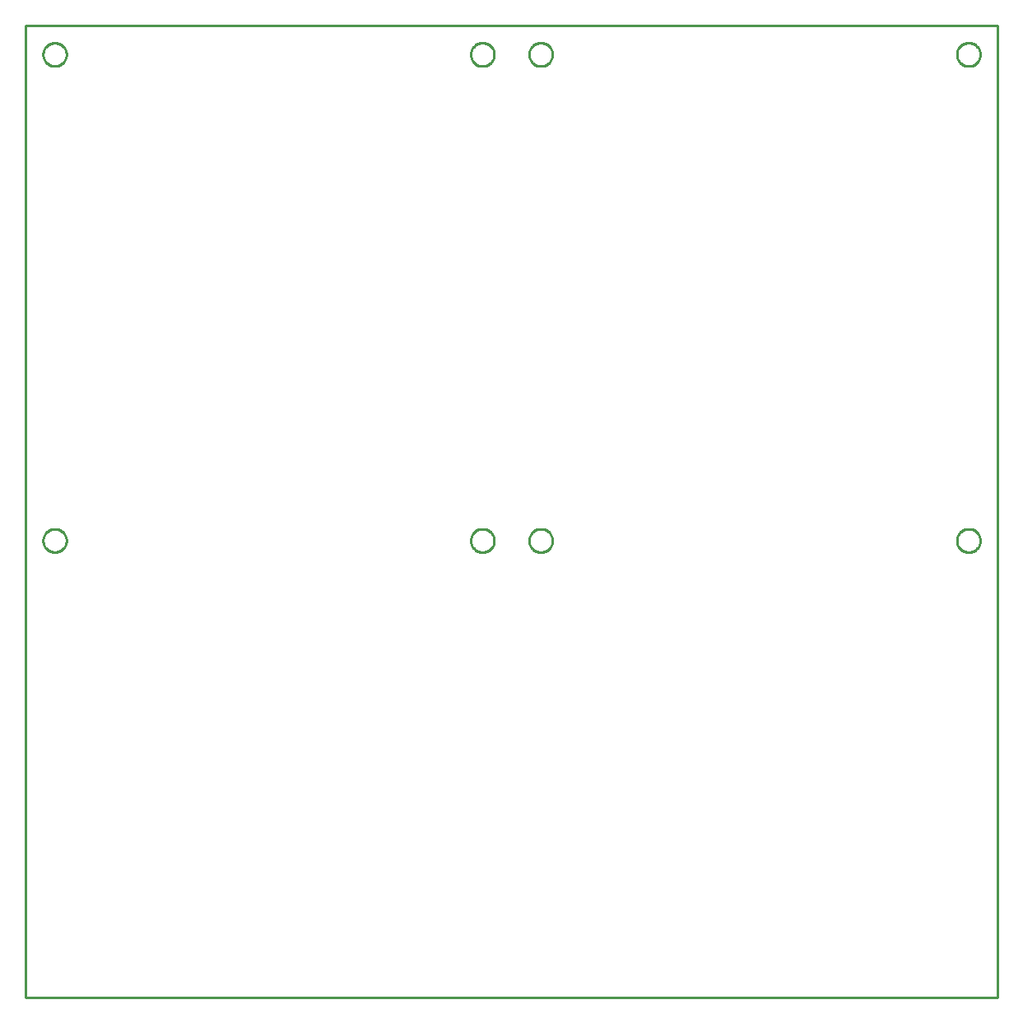
<source format=gbr>
G04 EAGLE Gerber RS-274X export*
G75*
%MOMM*%
%FSLAX34Y34*%
%LPD*%
%IN*%
%IPPOS*%
%AMOC8*
5,1,8,0,0,1.08239X$1,22.5*%
G01*
%ADD10C,0.254000*%


D10*
X0Y0D02*
X1000000Y0D01*
X1000000Y1000000D01*
X0Y1000000D01*
X0Y0D01*
X482000Y469529D02*
X481926Y468588D01*
X481779Y467657D01*
X481558Y466740D01*
X481267Y465843D01*
X480906Y464972D01*
X480478Y464132D01*
X479985Y463328D01*
X479431Y462565D01*
X478819Y461848D01*
X478152Y461181D01*
X477435Y460569D01*
X476672Y460015D01*
X475868Y459522D01*
X475028Y459094D01*
X474157Y458733D01*
X473260Y458442D01*
X472343Y458222D01*
X471412Y458074D01*
X470471Y458000D01*
X469529Y458000D01*
X468588Y458074D01*
X467657Y458222D01*
X466740Y458442D01*
X465843Y458733D01*
X464972Y459094D01*
X464132Y459522D01*
X463328Y460015D01*
X462565Y460569D01*
X461848Y461181D01*
X461181Y461848D01*
X460569Y462565D01*
X460015Y463328D01*
X459522Y464132D01*
X459094Y464972D01*
X458733Y465843D01*
X458442Y466740D01*
X458222Y467657D01*
X458074Y468588D01*
X458000Y469529D01*
X458000Y470471D01*
X458074Y471412D01*
X458222Y472343D01*
X458442Y473260D01*
X458733Y474157D01*
X459094Y475028D01*
X459522Y475868D01*
X460015Y476672D01*
X460569Y477435D01*
X461181Y478152D01*
X461848Y478819D01*
X462565Y479431D01*
X463328Y479985D01*
X464132Y480478D01*
X464972Y480906D01*
X465843Y481267D01*
X466740Y481558D01*
X467657Y481779D01*
X468588Y481926D01*
X469529Y482000D01*
X470471Y482000D01*
X471412Y481926D01*
X472343Y481779D01*
X473260Y481558D01*
X474157Y481267D01*
X475028Y480906D01*
X475868Y480478D01*
X476672Y479985D01*
X477435Y479431D01*
X478152Y478819D01*
X478819Y478152D01*
X479431Y477435D01*
X479985Y476672D01*
X480478Y475868D01*
X480906Y475028D01*
X481267Y474157D01*
X481558Y473260D01*
X481779Y472343D01*
X481926Y471412D01*
X482000Y470471D01*
X482000Y469529D01*
X42000Y469529D02*
X41926Y468588D01*
X41779Y467657D01*
X41558Y466740D01*
X41267Y465843D01*
X40906Y464972D01*
X40478Y464132D01*
X39985Y463328D01*
X39431Y462565D01*
X38819Y461848D01*
X38152Y461181D01*
X37435Y460569D01*
X36672Y460015D01*
X35868Y459522D01*
X35028Y459094D01*
X34157Y458733D01*
X33260Y458442D01*
X32343Y458222D01*
X31412Y458074D01*
X30471Y458000D01*
X29529Y458000D01*
X28588Y458074D01*
X27657Y458222D01*
X26740Y458442D01*
X25843Y458733D01*
X24972Y459094D01*
X24132Y459522D01*
X23328Y460015D01*
X22565Y460569D01*
X21848Y461181D01*
X21181Y461848D01*
X20569Y462565D01*
X20015Y463328D01*
X19522Y464132D01*
X19094Y464972D01*
X18733Y465843D01*
X18442Y466740D01*
X18222Y467657D01*
X18074Y468588D01*
X18000Y469529D01*
X18000Y470471D01*
X18074Y471412D01*
X18222Y472343D01*
X18442Y473260D01*
X18733Y474157D01*
X19094Y475028D01*
X19522Y475868D01*
X20015Y476672D01*
X20569Y477435D01*
X21181Y478152D01*
X21848Y478819D01*
X22565Y479431D01*
X23328Y479985D01*
X24132Y480478D01*
X24972Y480906D01*
X25843Y481267D01*
X26740Y481558D01*
X27657Y481779D01*
X28588Y481926D01*
X29529Y482000D01*
X30471Y482000D01*
X31412Y481926D01*
X32343Y481779D01*
X33260Y481558D01*
X34157Y481267D01*
X35028Y480906D01*
X35868Y480478D01*
X36672Y479985D01*
X37435Y479431D01*
X38152Y478819D01*
X38819Y478152D01*
X39431Y477435D01*
X39985Y476672D01*
X40478Y475868D01*
X40906Y475028D01*
X41267Y474157D01*
X41558Y473260D01*
X41779Y472343D01*
X41926Y471412D01*
X42000Y470471D01*
X42000Y469529D01*
X482000Y969529D02*
X481926Y968588D01*
X481779Y967657D01*
X481558Y966740D01*
X481267Y965843D01*
X480906Y964972D01*
X480478Y964132D01*
X479985Y963328D01*
X479431Y962565D01*
X478819Y961848D01*
X478152Y961181D01*
X477435Y960569D01*
X476672Y960015D01*
X475868Y959522D01*
X475028Y959094D01*
X474157Y958733D01*
X473260Y958442D01*
X472343Y958222D01*
X471412Y958074D01*
X470471Y958000D01*
X469529Y958000D01*
X468588Y958074D01*
X467657Y958222D01*
X466740Y958442D01*
X465843Y958733D01*
X464972Y959094D01*
X464132Y959522D01*
X463328Y960015D01*
X462565Y960569D01*
X461848Y961181D01*
X461181Y961848D01*
X460569Y962565D01*
X460015Y963328D01*
X459522Y964132D01*
X459094Y964972D01*
X458733Y965843D01*
X458442Y966740D01*
X458222Y967657D01*
X458074Y968588D01*
X458000Y969529D01*
X458000Y970471D01*
X458074Y971412D01*
X458222Y972343D01*
X458442Y973260D01*
X458733Y974157D01*
X459094Y975028D01*
X459522Y975868D01*
X460015Y976672D01*
X460569Y977435D01*
X461181Y978152D01*
X461848Y978819D01*
X462565Y979431D01*
X463328Y979985D01*
X464132Y980478D01*
X464972Y980906D01*
X465843Y981267D01*
X466740Y981558D01*
X467657Y981779D01*
X468588Y981926D01*
X469529Y982000D01*
X470471Y982000D01*
X471412Y981926D01*
X472343Y981779D01*
X473260Y981558D01*
X474157Y981267D01*
X475028Y980906D01*
X475868Y980478D01*
X476672Y979985D01*
X477435Y979431D01*
X478152Y978819D01*
X478819Y978152D01*
X479431Y977435D01*
X479985Y976672D01*
X480478Y975868D01*
X480906Y975028D01*
X481267Y974157D01*
X481558Y973260D01*
X481779Y972343D01*
X481926Y971412D01*
X482000Y970471D01*
X482000Y969529D01*
X42000Y969529D02*
X41926Y968588D01*
X41779Y967657D01*
X41558Y966740D01*
X41267Y965843D01*
X40906Y964972D01*
X40478Y964132D01*
X39985Y963328D01*
X39431Y962565D01*
X38819Y961848D01*
X38152Y961181D01*
X37435Y960569D01*
X36672Y960015D01*
X35868Y959522D01*
X35028Y959094D01*
X34157Y958733D01*
X33260Y958442D01*
X32343Y958222D01*
X31412Y958074D01*
X30471Y958000D01*
X29529Y958000D01*
X28588Y958074D01*
X27657Y958222D01*
X26740Y958442D01*
X25843Y958733D01*
X24972Y959094D01*
X24132Y959522D01*
X23328Y960015D01*
X22565Y960569D01*
X21848Y961181D01*
X21181Y961848D01*
X20569Y962565D01*
X20015Y963328D01*
X19522Y964132D01*
X19094Y964972D01*
X18733Y965843D01*
X18442Y966740D01*
X18222Y967657D01*
X18074Y968588D01*
X18000Y969529D01*
X18000Y970471D01*
X18074Y971412D01*
X18222Y972343D01*
X18442Y973260D01*
X18733Y974157D01*
X19094Y975028D01*
X19522Y975868D01*
X20015Y976672D01*
X20569Y977435D01*
X21181Y978152D01*
X21848Y978819D01*
X22565Y979431D01*
X23328Y979985D01*
X24132Y980478D01*
X24972Y980906D01*
X25843Y981267D01*
X26740Y981558D01*
X27657Y981779D01*
X28588Y981926D01*
X29529Y982000D01*
X30471Y982000D01*
X31412Y981926D01*
X32343Y981779D01*
X33260Y981558D01*
X34157Y981267D01*
X35028Y980906D01*
X35868Y980478D01*
X36672Y979985D01*
X37435Y979431D01*
X38152Y978819D01*
X38819Y978152D01*
X39431Y977435D01*
X39985Y976672D01*
X40478Y975868D01*
X40906Y975028D01*
X41267Y974157D01*
X41558Y973260D01*
X41779Y972343D01*
X41926Y971412D01*
X42000Y970471D01*
X42000Y969529D01*
X982000Y469529D02*
X981926Y468588D01*
X981779Y467657D01*
X981558Y466740D01*
X981267Y465843D01*
X980906Y464972D01*
X980478Y464132D01*
X979985Y463328D01*
X979431Y462565D01*
X978819Y461848D01*
X978152Y461181D01*
X977435Y460569D01*
X976672Y460015D01*
X975868Y459522D01*
X975028Y459094D01*
X974157Y458733D01*
X973260Y458442D01*
X972343Y458222D01*
X971412Y458074D01*
X970471Y458000D01*
X969529Y458000D01*
X968588Y458074D01*
X967657Y458222D01*
X966740Y458442D01*
X965843Y458733D01*
X964972Y459094D01*
X964132Y459522D01*
X963328Y460015D01*
X962565Y460569D01*
X961848Y461181D01*
X961181Y461848D01*
X960569Y462565D01*
X960015Y463328D01*
X959522Y464132D01*
X959094Y464972D01*
X958733Y465843D01*
X958442Y466740D01*
X958222Y467657D01*
X958074Y468588D01*
X958000Y469529D01*
X958000Y470471D01*
X958074Y471412D01*
X958222Y472343D01*
X958442Y473260D01*
X958733Y474157D01*
X959094Y475028D01*
X959522Y475868D01*
X960015Y476672D01*
X960569Y477435D01*
X961181Y478152D01*
X961848Y478819D01*
X962565Y479431D01*
X963328Y479985D01*
X964132Y480478D01*
X964972Y480906D01*
X965843Y481267D01*
X966740Y481558D01*
X967657Y481779D01*
X968588Y481926D01*
X969529Y482000D01*
X970471Y482000D01*
X971412Y481926D01*
X972343Y481779D01*
X973260Y481558D01*
X974157Y481267D01*
X975028Y480906D01*
X975868Y480478D01*
X976672Y479985D01*
X977435Y479431D01*
X978152Y478819D01*
X978819Y478152D01*
X979431Y477435D01*
X979985Y476672D01*
X980478Y475868D01*
X980906Y475028D01*
X981267Y474157D01*
X981558Y473260D01*
X981779Y472343D01*
X981926Y471412D01*
X982000Y470471D01*
X982000Y469529D01*
X542000Y469529D02*
X541926Y468588D01*
X541779Y467657D01*
X541558Y466740D01*
X541267Y465843D01*
X540906Y464972D01*
X540478Y464132D01*
X539985Y463328D01*
X539431Y462565D01*
X538819Y461848D01*
X538152Y461181D01*
X537435Y460569D01*
X536672Y460015D01*
X535868Y459522D01*
X535028Y459094D01*
X534157Y458733D01*
X533260Y458442D01*
X532343Y458222D01*
X531412Y458074D01*
X530471Y458000D01*
X529529Y458000D01*
X528588Y458074D01*
X527657Y458222D01*
X526740Y458442D01*
X525843Y458733D01*
X524972Y459094D01*
X524132Y459522D01*
X523328Y460015D01*
X522565Y460569D01*
X521848Y461181D01*
X521181Y461848D01*
X520569Y462565D01*
X520015Y463328D01*
X519522Y464132D01*
X519094Y464972D01*
X518733Y465843D01*
X518442Y466740D01*
X518222Y467657D01*
X518074Y468588D01*
X518000Y469529D01*
X518000Y470471D01*
X518074Y471412D01*
X518222Y472343D01*
X518442Y473260D01*
X518733Y474157D01*
X519094Y475028D01*
X519522Y475868D01*
X520015Y476672D01*
X520569Y477435D01*
X521181Y478152D01*
X521848Y478819D01*
X522565Y479431D01*
X523328Y479985D01*
X524132Y480478D01*
X524972Y480906D01*
X525843Y481267D01*
X526740Y481558D01*
X527657Y481779D01*
X528588Y481926D01*
X529529Y482000D01*
X530471Y482000D01*
X531412Y481926D01*
X532343Y481779D01*
X533260Y481558D01*
X534157Y481267D01*
X535028Y480906D01*
X535868Y480478D01*
X536672Y479985D01*
X537435Y479431D01*
X538152Y478819D01*
X538819Y478152D01*
X539431Y477435D01*
X539985Y476672D01*
X540478Y475868D01*
X540906Y475028D01*
X541267Y474157D01*
X541558Y473260D01*
X541779Y472343D01*
X541926Y471412D01*
X542000Y470471D01*
X542000Y469529D01*
X982000Y969529D02*
X981926Y968588D01*
X981779Y967657D01*
X981558Y966740D01*
X981267Y965843D01*
X980906Y964972D01*
X980478Y964132D01*
X979985Y963328D01*
X979431Y962565D01*
X978819Y961848D01*
X978152Y961181D01*
X977435Y960569D01*
X976672Y960015D01*
X975868Y959522D01*
X975028Y959094D01*
X974157Y958733D01*
X973260Y958442D01*
X972343Y958222D01*
X971412Y958074D01*
X970471Y958000D01*
X969529Y958000D01*
X968588Y958074D01*
X967657Y958222D01*
X966740Y958442D01*
X965843Y958733D01*
X964972Y959094D01*
X964132Y959522D01*
X963328Y960015D01*
X962565Y960569D01*
X961848Y961181D01*
X961181Y961848D01*
X960569Y962565D01*
X960015Y963328D01*
X959522Y964132D01*
X959094Y964972D01*
X958733Y965843D01*
X958442Y966740D01*
X958222Y967657D01*
X958074Y968588D01*
X958000Y969529D01*
X958000Y970471D01*
X958074Y971412D01*
X958222Y972343D01*
X958442Y973260D01*
X958733Y974157D01*
X959094Y975028D01*
X959522Y975868D01*
X960015Y976672D01*
X960569Y977435D01*
X961181Y978152D01*
X961848Y978819D01*
X962565Y979431D01*
X963328Y979985D01*
X964132Y980478D01*
X964972Y980906D01*
X965843Y981267D01*
X966740Y981558D01*
X967657Y981779D01*
X968588Y981926D01*
X969529Y982000D01*
X970471Y982000D01*
X971412Y981926D01*
X972343Y981779D01*
X973260Y981558D01*
X974157Y981267D01*
X975028Y980906D01*
X975868Y980478D01*
X976672Y979985D01*
X977435Y979431D01*
X978152Y978819D01*
X978819Y978152D01*
X979431Y977435D01*
X979985Y976672D01*
X980478Y975868D01*
X980906Y975028D01*
X981267Y974157D01*
X981558Y973260D01*
X981779Y972343D01*
X981926Y971412D01*
X982000Y970471D01*
X982000Y969529D01*
X542000Y969529D02*
X541926Y968588D01*
X541779Y967657D01*
X541558Y966740D01*
X541267Y965843D01*
X540906Y964972D01*
X540478Y964132D01*
X539985Y963328D01*
X539431Y962565D01*
X538819Y961848D01*
X538152Y961181D01*
X537435Y960569D01*
X536672Y960015D01*
X535868Y959522D01*
X535028Y959094D01*
X534157Y958733D01*
X533260Y958442D01*
X532343Y958222D01*
X531412Y958074D01*
X530471Y958000D01*
X529529Y958000D01*
X528588Y958074D01*
X527657Y958222D01*
X526740Y958442D01*
X525843Y958733D01*
X524972Y959094D01*
X524132Y959522D01*
X523328Y960015D01*
X522565Y960569D01*
X521848Y961181D01*
X521181Y961848D01*
X520569Y962565D01*
X520015Y963328D01*
X519522Y964132D01*
X519094Y964972D01*
X518733Y965843D01*
X518442Y966740D01*
X518222Y967657D01*
X518074Y968588D01*
X518000Y969529D01*
X518000Y970471D01*
X518074Y971412D01*
X518222Y972343D01*
X518442Y973260D01*
X518733Y974157D01*
X519094Y975028D01*
X519522Y975868D01*
X520015Y976672D01*
X520569Y977435D01*
X521181Y978152D01*
X521848Y978819D01*
X522565Y979431D01*
X523328Y979985D01*
X524132Y980478D01*
X524972Y980906D01*
X525843Y981267D01*
X526740Y981558D01*
X527657Y981779D01*
X528588Y981926D01*
X529529Y982000D01*
X530471Y982000D01*
X531412Y981926D01*
X532343Y981779D01*
X533260Y981558D01*
X534157Y981267D01*
X535028Y980906D01*
X535868Y980478D01*
X536672Y979985D01*
X537435Y979431D01*
X538152Y978819D01*
X538819Y978152D01*
X539431Y977435D01*
X539985Y976672D01*
X540478Y975868D01*
X540906Y975028D01*
X541267Y974157D01*
X541558Y973260D01*
X541779Y972343D01*
X541926Y971412D01*
X542000Y970471D01*
X542000Y969529D01*
M02*

</source>
